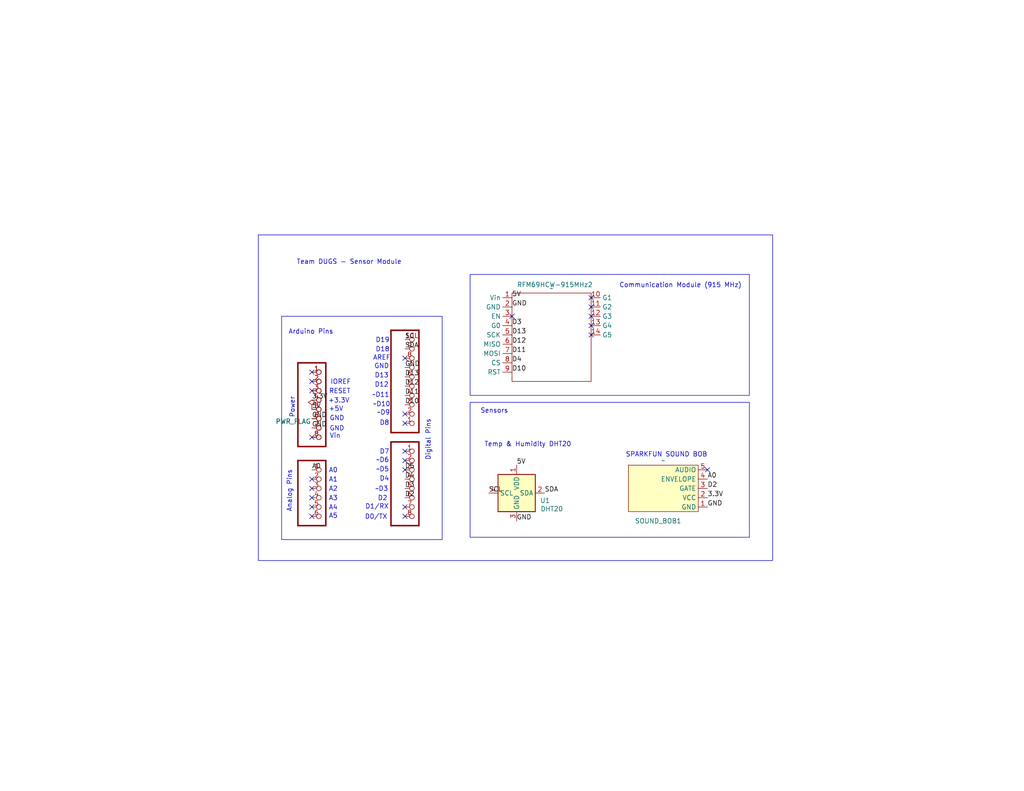
<source format=kicad_sch>
(kicad_sch (version 20231120) (generator "eeschema") (generator_version "8.0")
  (paper "USLetter")
  (lib_symbols
    (symbol "LoraLib:RFMHCW_Full"
      (property "Reference" "RFM69HCW-915MHz2" (at 14.224 4.826 0))
      (property "Value" "~" (at 13.335 3.81 0))
      (symbol "RFMHCW_Full_0_1"
        (rectangle (start 2.54 2.54) (end 24.13 -21.59))
      )
      (symbol "RFMHCW_Full_1_1"
        (pin power_in line (at 2.54 1.27 180) (length 2.54) (name "Vin") (number "1"))
        (pin power_in line (at 24.13 1.27 0) (length 2.54) (name "G1") (number "10"))
        (pin power_in line (at 24.13 -1.27 0) (length 2.54) (name "G2") (number "11"))
        (pin power_in line (at 24.13 -3.81 0) (length 2.54) (name "G3") (number "12"))
        (pin power_in line (at 24.13 -6.35 0) (length 2.54) (name "G4") (number "13"))
        (pin power_in line (at 24.13 -8.89 0) (length 2.54) (name "G5") (number "14"))
        (pin power_out line (at 2.54 -1.27 180) (length 2.54) (name "GND") (number "2"))
        (pin bidirectional line (at 2.54 -3.81 180) (length 2.54) (name "EN") (number "3"))
        (pin bidirectional line (at 2.54 -6.35 180) (length 2.54) (name "G0") (number "4"))
        (pin input line (at 2.54 -8.89 180) (length 2.54) (name "SCK") (number "5"))
        (pin output line (at 2.54 -11.43 180) (length 2.54) (name "MISO") (number "6"))
        (pin input line (at 2.54 -13.97 180) (length 2.54) (name "MOSI") (number "7"))
        (pin bidirectional line (at 2.54 -16.51 180) (length 2.54) (name "CS") (number "8"))
        (pin bidirectional line (at 2.54 -19.05 180) (length 2.54) (name "RST") (number "9"))
      )
    )
    (symbol "LoraLib:SparkFunSound"
      (property "Reference" "SOUND_BOB" (at -7.112 5.334 0))
      (symbol "SparkFunSound_1_1"
        (rectangle (start -12.7 3.81) (end 6.35 -8.89) (fill (type background)))
        (pin input line (at 8.89 -7.62 180) (length 2.54) (name "GND") (number "1"))
        (pin input line (at 8.89 -5.08 180) (length 2.54) (name "VCC") (number "2"))
        (pin input line (at 8.89 -2.54 180) (length 2.54) (name "GATE") (number "3"))
        (pin input line (at 8.89 0 180) (length 2.54) (name "ENVELOPE") (number "4"))
        (pin input line (at 8.89 2.54 180) (length 2.54) (name "AUDIO") (number "5"))
      )
    )
    (symbol "ProtoShield_V4.0-eagle-import:PINHD-1X10TH"
      (property "Reference" "JP" (at -6.35 13.335 0))
      (symbol "PINHD-1X10TH_1_0"
        (polyline (pts (xy -6.35 -15.24) (xy 1.27 -15.24)) (stroke (width 0.4064)))
        (polyline (pts (xy -6.35 12.7) (xy -6.35 -15.24)) (stroke (width 0.4064)))
        (polyline (pts (xy 1.27 -15.24) (xy 1.27 12.7)) (stroke (width 0.4064)))
        (polyline (pts (xy 1.27 12.7) (xy -6.35 12.7)) (stroke (width 0.4064)))
        (pin passive inverted (at -2.54 10.16 0) (length 2.54) (name "1") (number "1"))
        (pin passive inverted (at -2.54 -12.7 0) (length 2.54) (name "10") (number "10"))
        (pin passive inverted (at -2.54 7.62 0) (length 2.54) (name "2") (number "2"))
        (pin passive inverted (at -2.54 5.08 0) (length 2.54) (name "3") (number "3"))
        (pin passive inverted (at -2.54 2.54 0) (length 2.54) (name "4") (number "4"))
        (pin passive inverted (at -2.54 0 0) (length 2.54) (name "5") (number "5"))
        (pin passive inverted (at -2.54 -2.54 0) (length 2.54) (name "6") (number "6"))
        (pin passive inverted (at -2.54 -5.08 0) (length 2.54) (name "7") (number "7"))
        (pin passive inverted (at -2.54 -7.62 0) (length 2.54) (name "8") (number "8"))
        (pin passive inverted (at -2.54 -10.16 0) (length 2.54) (name "9") (number "9"))
      )
    )
    (symbol "ProtoShield_V4.0-eagle-import:PINHD-1X6"
      (property "Reference" "JP" (at -6.35 10.795 0))
      (symbol "PINHD-1X6_1_0"
        (polyline (pts (xy -6.35 -7.62) (xy 1.27 -7.62)) (stroke (width 0.4064)))
        (polyline (pts (xy -6.35 10.16) (xy -6.35 -7.62)) (stroke (width 0.4064)))
        (polyline (pts (xy 1.27 -7.62) (xy 1.27 10.16)) (stroke (width 0.4064)))
        (polyline (pts (xy 1.27 10.16) (xy -6.35 10.16)) (stroke (width 0.4064)))
        (pin passive inverted (at -2.54 7.62 0) (length 2.54) (name "1") (number "1"))
        (pin passive inverted (at -2.54 5.08 0) (length 2.54) (name "2") (number "2"))
        (pin passive inverted (at -2.54 2.54 0) (length 2.54) (name "3") (number "3"))
        (pin passive inverted (at -2.54 0 0) (length 2.54) (name "4") (number "4"))
        (pin passive inverted (at -2.54 -2.54 0) (length 2.54) (name "5") (number "5"))
        (pin passive inverted (at -2.54 -5.08 0) (length 2.54) (name "6") (number "6"))
      )
    )
    (symbol "ProtoShield_V4.0-eagle-import:PINHD-1X8"
      (property "Reference" "JP" (at -6.35 13.335 0))
      (symbol "PINHD-1X8_1_0"
        (polyline (pts (xy -6.35 -10.16) (xy 1.27 -10.16)) (stroke (width 0.4064)))
        (polyline (pts (xy -6.35 12.7) (xy -6.35 -10.16)) (stroke (width 0.4064)))
        (polyline (pts (xy 1.27 -10.16) (xy 1.27 12.7)) (stroke (width 0.4064)))
        (polyline (pts (xy 1.27 12.7) (xy -6.35 12.7)) (stroke (width 0.4064)))
        (pin passive inverted (at -2.54 10.16 0) (length 2.54) (name "1") (number "1"))
        (pin passive inverted (at -2.54 7.62 0) (length 2.54) (name "2") (number "2"))
        (pin passive inverted (at -2.54 5.08 0) (length 2.54) (name "3") (number "3"))
        (pin passive inverted (at -2.54 2.54 0) (length 2.54) (name "4") (number "4"))
        (pin passive inverted (at -2.54 0 0) (length 2.54) (name "5") (number "5"))
        (pin passive inverted (at -2.54 -2.54 0) (length 2.54) (name "6") (number "6"))
        (pin passive inverted (at -2.54 -5.08 0) (length 2.54) (name "7") (number "7"))
        (pin passive inverted (at -2.54 -7.62 0) (length 2.54) (name "8") (number "8"))
      )
    )
    (symbol "ProtoShield_V4.0-eagle-import:PINHD-1X8TH"
      (property "Reference" "JP" (at -6.35 13.335 0))
      (symbol "PINHD-1X8TH_1_0"
        (polyline (pts (xy -6.35 -10.16) (xy 1.27 -10.16)) (stroke (width 0.4064)))
        (polyline (pts (xy -6.35 12.7) (xy -6.35 -10.16)) (stroke (width 0.4064)))
        (polyline (pts (xy 1.27 -10.16) (xy 1.27 12.7)) (stroke (width 0.4064)))
        (polyline (pts (xy 1.27 12.7) (xy -6.35 12.7)) (stroke (width 0.4064)))
        (pin passive inverted (at -2.54 10.16 0) (length 2.54) (name "1") (number "1"))
        (pin passive inverted (at -2.54 7.62 0) (length 2.54) (name "2") (number "2"))
        (pin passive inverted (at -2.54 5.08 0) (length 2.54) (name "3") (number "3"))
        (pin passive inverted (at -2.54 2.54 0) (length 2.54) (name "4") (number "4"))
        (pin passive inverted (at -2.54 0 0) (length 2.54) (name "5") (number "5"))
        (pin passive inverted (at -2.54 -2.54 0) (length 2.54) (name "6") (number "6"))
        (pin passive inverted (at -2.54 -5.08 0) (length 2.54) (name "7") (number "7"))
        (pin passive inverted (at -2.54 -7.62 0) (length 2.54) (name "8") (number "8"))
      )
    )
    (symbol "Sensor:DHT11"
      (property "Reference" "U1" (at 9.144 -2.032 0))
      (property "Value" "DHT20" (at 12.7 -4.318 0))
      (symbol "DHT11_0_1"
        (rectangle (start -5.08 5.08) (end 5.08 -5.08) (stroke (width 0.254)) (fill (type background)))
      )
      (symbol "DHT11_1_1"
        (pin power_in line (at 0 7.62 270) (length 2.54) (name "VDD") (number "1"))
        (pin bidirectional line (at 7.62 0 180) (length 2.54) (name "SDA") (number "2"))
        (pin power_in line (at 0 -7.62 90) (length 2.54) (name "GND") (number "3"))
        (pin bidirectional line (at -7.62 0 0) (length 2.54) (name "SCL") (number "4"))
      )
    )
    (symbol "power:PWR_FLAG" (power) (pin_numbers hide) (pin_names (offset 0) hide)
      (property "Value" "PWR_FLAG" (at 0 3.81 0))
      (symbol "PWR_FLAG_0_0"
        (pin power_out line (at 0 0 90) (length 0) (name "~") (number "1"))
      )
      (symbol "PWR_FLAG_0_1"
        (polyline (pts (xy 0 0) (xy 0 1.27) (xy -1.016 1.905) (xy 0 2.54) (xy 1.016 1.905) (xy 0 1.27)))
      )
    )
  )
  (no_connect (at 110.49 113.03))
  (no_connect (at 110.49 123.19))
  (no_connect (at 85.09 138.43))
  (no_connect (at 161.29 81.28))
  (no_connect (at 110.49 115.57))
  (no_connect (at 193.04 128.27))
  (no_connect (at 110.49 128.27))
  (no_connect (at 161.29 88.9))
  (no_connect (at 110.49 138.43))
  (no_connect (at 139.7 86.36))
  (no_connect (at 85.09 135.89))
  (no_connect (at 85.09 104.14))
  (no_connect (at 85.09 133.35))
  (no_connect (at 161.29 91.44))
  (no_connect (at 85.09 119.38))
  (no_connect (at 85.09 101.6))
  (no_connect (at 161.29 86.36))
  (no_connect (at 110.49 125.73))
  (no_connect (at 110.49 140.97))
  (no_connect (at 85.09 106.68))
  (no_connect (at 110.49 97.79))
  (no_connect (at 85.09 130.81))
  (no_connect (at 161.29 83.82))
  (no_connect (at 85.09 140.97))
  (rectangle (start 70.485 64.135) (end 210.82 153.035))
  (rectangle (start 76.835 86.36) (end 120.65 147.32))
  (rectangle (start 128.27 74.93) (end 204.47 107.95))
  (rectangle (start 128.27 109.855) (end 204.47 146.685))
  (text "GND" (at 91.948 117.094 0) (effects (font (size 1.27 1.27))))
  (text "A3" (at 90.932 136.144 0) (effects (font (size 1.27 1.27))))
  (text "IOREF" (at 92.964 104.394 0) (effects (font (size 1.27 1.27))))
  (text "~D3" (at 104.14 133.604 0) (effects (font (size 1.27 1.27))))
  (text "A5" (at 90.932 140.97 0) (effects (font (size 1.27 1.27))))
  (text "D4" (at 104.902 130.81 0) (effects (font (size 1.27 1.27))))
  (text "Communication Module (915 MHz)" (at 185.674 77.978 0) (effects (font (size 1.27 1.27))))
  (text "D1/RX" (at 102.87 138.43 0) (effects (font (size 1.27 1.27))))
  (text "A2" (at 90.932 133.604 0) (effects (font (size 1.27 1.27))))
  (text "Team DUGS - Sensor Module" (at 95.25 71.628 0) (effects (font (size 1.27 1.27))))
  (text "Digital Pins" (at 116.84 120.142 90) (effects (font (size 1.27 1.27))))
  (text "~D6" (at 104.394 125.73 0) (effects (font (size 1.27 1.27))))
  (text "RESET" (at 92.71 106.934 0) (effects (font (size 1.27 1.27))))
  (text "~D10" (at 104.14 110.49 0) (effects (font (size 1.27 1.27))))
  (text "D2" (at 104.394 136.144 0) (effects (font (size 1.27 1.27))))
  (text "D13" (at 104.14 102.616 0) (effects (font (size 1.27 1.27))))
  (text "A0" (at 90.932 128.524 0) (effects (font (size 1.27 1.27))))
  (text "D19" (at 104.394 92.964 0) (effects (font (size 1.27 1.27))))
  (text "Analog Pins" (at 78.994 134.112 90) (effects (font (size 1.27 1.27))))
  (text "D8" (at 104.902 115.57 0) (effects (font (size 1.27 1.27))))
  (text "+5V" (at 91.694 111.76 0) (effects (font (size 1.27 1.27))))
  (text "D7" (at 104.902 123.444 0) (effects (font (size 1.27 1.27))))
  (text "Sensors" (at 134.874 112.268 0) (effects (font (size 1.27 1.27))))
  (text "D12" (at 104.14 105.156 0) (effects (font (size 1.27 1.27))))
  (text "SPARKFUN SOUND BOB" (at 181.864 124.206 0) (effects (font (size 1.27 1.27))))
  (text "A4" (at 90.932 138.684 0) (effects (font (size 1.27 1.27))))
  (text "~D9" (at 104.648 112.776 0) (effects (font (size 1.27 1.27))))
  (text "+3.3V" (at 92.456 109.474 0) (effects (font (size 1.27 1.27))))
  (text "Temp & Humidity DHT20" (at 144.018 121.412 0) (effects (font (size 1.27 1.27))))
  (text "A1" (at 90.932 131.064 0) (effects (font (size 1.27 1.27))))
  (text "~D11" (at 103.886 107.95 0) (effects (font (size 1.27 1.27))))
  (text "GND" (at 104.14 100.076 0) (effects (font (size 1.27 1.27))))
  (text "D0/TX" (at 102.616 141.224 0) (effects (font (size 1.27 1.27))))
  (text "~D5" (at 104.394 128.27 0) (effects (font (size 1.27 1.27))))
  (text "AREF" (at 104.14 97.79 0) (effects (font (size 1.27 1.27))))
  (text "Power" (at 79.756 111.252 90) (effects (font (size 1.27 1.27))))
  (text "D18" (at 104.394 95.504 0) (effects (font (size 1.27 1.27))))
  (text "Arduino Pins" (at 84.836 90.678 0) (effects (font (size 1.27 1.27))))
  (text "GND" (at 91.948 114.3 0) (effects (font (size 1.27 1.27))))
  (text "Vin" (at 91.44 119.126 0) (effects (font (size 1.27 1.27))))
  (label "A0" (at 85.09 128.27 0))
  (label "GND" (at 110.49 100.33 0))
  (label "SCL" (at 133.35 134.62 0))
  (label "D12" (at 139.7 93.98 0))
  (label "GND" (at 139.7 83.82 0))
  (label "5V" (at 85.09 111.76 0))
  (label "D10" (at 139.7 101.6 0))
  (label "D11" (at 110.49 107.95 0))
  (label "SDA" (at 110.49 95.25 0))
  (label "GND" (at 193.04 138.43 0))
  (label "D2" (at 193.04 133.35 0))
  (label "D3" (at 110.49 133.35 0))
  (label "3.3V" (at 193.04 135.89 0))
  (label "D5" (at 110.49 128.27 0))
  (label "5V" (at 139.7 81.28 0))
  (label "D13" (at 139.7 91.44 0))
  (label "D11" (at 139.7 96.52 0))
  (label "A0" (at 193.04 130.81 0))
  (label "D4" (at 139.7 99.06 0))
  (label "SCL" (at 110.49 92.71 0))
  (label "D3" (at 139.7 88.9 0))
  (label "GND" (at 85.09 116.84 0))
  (label "GND" (at 140.97 142.24 0))
  (label "D10" (at 110.49 110.49 0))
  (label "3.3V" (at 85.09 109.22 0))
  (label "D4" (at 110.49 130.81 0))
  (label "D12" (at 110.49 105.41 0))
  (label "D2" (at 110.49 135.89 0))
  (label "GND" (at 85.09 114.3 0))
  (label "5V" (at 140.97 127 0))
  (label "SDA" (at 148.59 134.62 0))
  (label "D13" (at 110.49 102.87 0))
  (symbol (lib_id "ProtoShield_V4.0-eagle-import:PINHD-1X10TH") (at 113.03 105.41 0) (mirror x) (unit 1)
    (property "Reference" "DIGITAL-H1" (effects (hide yes)))
    (property "Value" "Digital_Top" (effects (hide yes)))
    (property "Footprint" "Library:DIGITAL_TOP_PINS" (effects (hide yes)))
    (property "OC_FARNELL" "unknown" (effects (hide yes)))
  )
  (symbol (lib_id "LoraLib:SparkFunSound") (at 184.15 130.81 0) (unit 1)
    (property "Reference" "SOUND_BOB1" (at 179.578 142.24 0))
    (property "Value" "~" (at 180.975 125.73 0))
    (property "Footprint" "FINAL_FOOTPRINTS:SOUND-BOB" (effects (hide yes)))
  )
  (symbol (lib_id "LoraLib:RFMHCW_Full") (at 137.16 82.55 0) (unit 1)
    (property "Reference" "RFM69HCW-915MHz2" (at 151.384 77.724 0))
    (property "Value" "~" (at 150.495 78.74 0))
    (property "Footprint" "FINAL_FOOTPRINTS:RF69_MODULE" (effects (hide yes)))
  )
  (symbol (lib_id "ProtoShield_V4.0-eagle-import:PINHD-1X6") (at 87.63 135.89 0) (unit 1)
    (property "Reference" "ANALOG-1" (effects (hide yes)))
    (property "Value" "Analong Pins" (effects (hide yes)))
    (property "Footprint" "Library:ANALOG_PINS" (effects (hide yes)))
    (property "OC_FARNELL" "unknown" (effects (hide yes)))
  )
  (symbol (lib_id "power:PWR_FLAG") (at 85.09 111.76 0) (unit 1)
    (property "Reference" "#FLG01" (effects (hide yes)))
    (property "Value" "PWR_FLAG" (at 80.01 115.062 0))
    (property "Description" "Special symbol for telling ERC where power comes from" (effects (hide yes)))
  )
  (symbol (lib_id "ProtoShield_V4.0-eagle-import:PINHD-1X8") (at 113.03 133.35 0) (unit 1)
    (property "Reference" "DIGITAL-L1" (effects (hide yes)))
    (property "Value" "Digital_Bottom" (effects (hide yes)))
    (property "Footprint" "Library:DIGITAL_BOTTOM" (effects (hide yes)))
    (property "MF" "EPCOS" (effects (hide yes)))
    (property "MPN" "B67345B0001X087" (effects (hide yes)))
    (property "OC_FARNELL" "2355112" (effects (hide yes)))
  )
  (symbol (lib_id "ProtoShield_V4.0-eagle-import:PINHD-1X8TH") (at 87.63 111.76 0) (unit 1)
    (property "Reference" "POWER1" (effects (hide yes)))
    (property "Value" "Power_Pins" (effects (hide yes)))
    (property "Footprint" "Library:POWER_PINS" (effects (hide yes)))
    (property "OC_FARNELL" "unknown" (effects (hide yes)))
  )
  (symbol (lib_id "Sensor:DHT11") (at 140.97 134.62 0) (unit 1)
    (property "Reference" "U1" (at 150.114 136.652 0) (effects (justify right)))
    (property "Value" "DHT20" (at 153.67 138.938 0) (effects (justify right)))
    (property "Footprint" "FINAL_FOOTPRINTS:DHT20-Temp-Humidity" (effects (hide yes)))
    (property "Datasheet" "http://akizukidenshi.com/download/ds/aosong/DHT11.pdf" (effects (hide yes)))
    (property "Description" "3.3V to 5.5V, temperature and humidity module, DHT11" (effects (hide yes)))
  )
)
</source>
